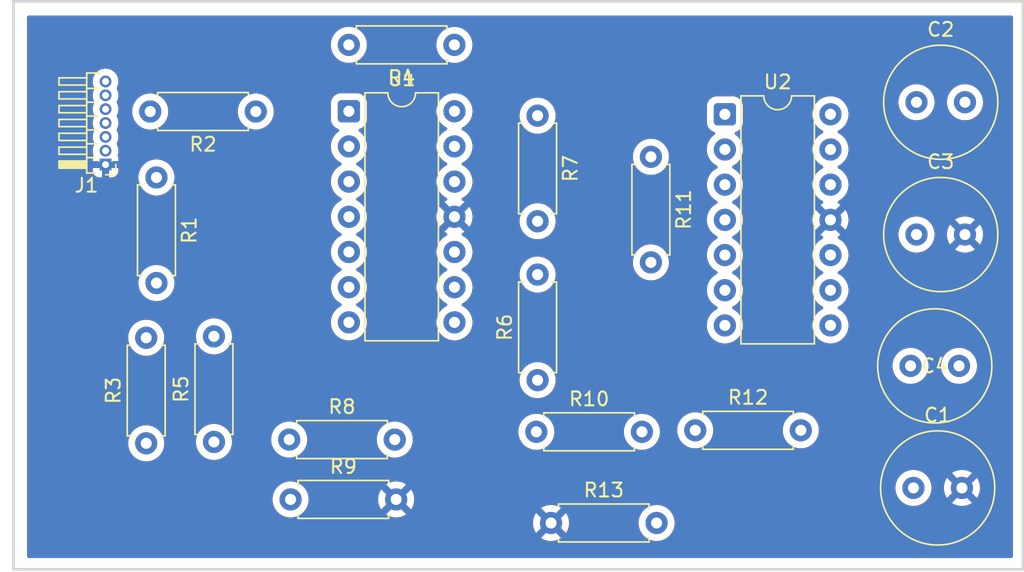
<source format=kicad_pcb>
(kicad_pcb (version 20241229) (generator "pcbnew") (generator_version "9.0")
  (layers (0 "F.Cu" signal) (2 "B.Cu" signal) (13 "F.Paste" user) (15 "B.Paste" user) (5 "F.SilkS" user "F.Silkscreen") (7 "B.SilkS" user "B.Silkscreen") (1 "F.Mask" user) (3 "B.Mask" user) (25 "Edge.Cuts" user))
  (net 0 "")
  (net 1 "GND")
  (net 2 "Net-(U2A-+)")
  (net 3 "Net-(U2B-+)")
  (net 4 "Net-(U2B--)")
  (net 5 "/OUT_F")
  (net 6 "/E+")
  (net 7 "+5V")
  (net 8 "/E-")
  (net 9 "/EREF")
  (net 10 "Net-(U1A--)")
  (net 11 "Net-(U1B--)")
  (net 12 "Net-(R2-Pad1)")
  (net 13 "Net-(R3-Pad1)")
  (net 14 "Net-(U1C-+)")
  (net 15 "Net-(U1C--)")
  (net 16 "/OUT")
  (net 17 "Net-(U1D-+)")
  (net 18 "Net-(U2A--)")
  (net 19 "Net-(R11-Pad2)")
  (footprint "Resistor_THT:R_Axial_DIN0207_L6.3mm_D2.5mm_P7.62mm_Horizontal" (layer "F.Cu") (at 68.52 47.91 180)
    (property "Reference" "R2" (at 3.81 -2.37 0) (layer "F.SilkS"))
    (property "Value" "R")
    (fp_line (start 7.08 1.37) (end 7.08 1.04) (stroke (width 0.12)) (layer "F.SilkS"))
    (fp_line (start 7.08 -1.37) (end 7.08 -1.04) (stroke (width 0.12)) (layer "F.SilkS"))
    (fp_line (start 0.54 1.37) (end 7.08 1.37) (stroke (width 0.12)) (layer "F.SilkS"))
    (fp_line (start 0.54 1.04) (end 0.54 1.37) (stroke (width 0.12)) (layer "F.SilkS"))
    (fp_line (start 0.54 -1.04) (end 0.54 -1.37) (stroke (width 0.12)) (layer "F.SilkS"))
    (fp_line (start 0.54 -1.37) (end 7.08 -1.37) (stroke (width 0.12)) (layer "F.SilkS"))
    (pad "1" thru_hole circle (at 0 0 180) (size 1.6 1.6) (drill 0.8) (layers "*.Cu" "*.Mask") (net 12 "Net-(R2-Pad1)"))
    (pad "2" thru_hole circle (at 7.62 0 180) (size 1.6 1.6) (drill 0.8) (layers "*.Cu" "*.Mask") (net 10 "Net-(U1A--)"))
  )
  (footprint "Resistor_THT:R_Axial_DIN0207_L6.3mm_D2.5mm_P7.62mm_Horizontal" (layer "F.Cu") (at 88.86 48.21 -90)
    (property "Reference" "R7" (at 3.81 -2.37 90) (layer "F.SilkS"))
    (property "Value" "R")
    (fp_line (start 0.54 1.37) (end 7.08 1.37) (stroke (width 0.12)) (layer "F.SilkS"))
    (fp_line (start 7.08 1.37) (end 7.08 1.04) (stroke (width 0.12)) (layer "F.SilkS"))
    (fp_line (start 0.54 1.04) (end 0.54 1.37) (stroke (width 0.12)) (layer "F.SilkS"))
    (fp_line (start 0.54 -1.04) (end 0.54 -1.37) (stroke (width 0.12)) (layer "F.SilkS"))
    (fp_line (start 0.54 -1.37) (end 7.08 -1.37) (stroke (width 0.12)) (layer "F.SilkS"))
    (fp_line (start 7.08 -1.37) (end 7.08 -1.04) (stroke (width 0.12)) (layer "F.SilkS"))
    (pad "1" thru_hole circle (at 0 0 270) (size 1.6 1.6) (drill 0.8) (layers "*.Cu" "*.Mask") (net 9 "/EREF"))
    (pad "2" thru_hole circle (at 7.62 0 270) (size 1.6 1.6) (drill 0.8) (layers "*.Cu" "*.Mask") (net 15 "Net-(U1C--)"))
  )
  (footprint "Resistor_THT:R_Axial_DIN0207_L6.3mm_D2.5mm_P7.62mm_Horizontal" (layer "F.Cu") (at 61.35 52.67 -90)
    (property "Reference" "R1" (at 3.81 -2.37 90) (layer "F.SilkS"))
    (property "Value" "R")
    (fp_line (start 0.54 1.37) (end 7.08 1.37) (stroke (width 0.12)) (layer "F.SilkS"))
    (fp_line (start 7.08 1.37) (end 7.08 1.04) (stroke (width 0.12)) (layer "F.SilkS"))
    (fp_line (start 0.54 1.04) (end 0.54 1.37) (stroke (width 0.12)) (layer "F.SilkS"))
    (fp_line (start 0.54 -1.04) (end 0.54 -1.37) (stroke (width 0.12)) (layer "F.SilkS"))
    (fp_line (start 0.54 -1.37) (end 7.08 -1.37) (stroke (width 0.12)) (layer "F.SilkS"))
    (fp_line (start 7.08 -1.37) (end 7.08 -1.04) (stroke (width 0.12)) (layer "F.SilkS"))
    (pad "1" thru_hole circle (at 0 0 270) (size 1.6 1.6) (drill 0.8) (layers "*.Cu" "*.Mask") (net 10 "Net-(U1A--)"))
    (pad "2" thru_hole circle (at 7.62 0 270) (size 1.6 1.6) (drill 0.8) (layers "*.Cu" "*.Mask") (net 11 "Net-(U1B--)"))
  )
  (footprint "Resistor_THT:R_Axial_DIN0207_L6.3mm_D2.5mm_P7.62mm_Horizontal" (layer "F.Cu") (at 82.855 43.1 180)
    (property "Reference" "R4" (at 3.81 -2.37 0) (layer "F.SilkS"))
    (property "Value" "R")
    (fp_line (start 7.08 1.37) (end 7.08 1.04) (stroke (width 0.12)) (layer "F.SilkS"))
    (fp_line (start 7.08 -1.37) (end 7.08 -1.04) (stroke (width 0.12)) (layer "F.SilkS"))
    (fp_line (start 0.54 1.37) (end 7.08 1.37) (stroke (width 0.12)) (layer "F.SilkS"))
    (fp_line (start 0.54 1.04) (end 0.54 1.37) (stroke (width 0.12)) (layer "F.SilkS"))
    (fp_line (start 0.54 -1.04) (end 0.54 -1.37) (stroke (width 0.12)) (layer "F.SilkS"))
    (fp_line (start 0.54 -1.37) (end 7.08 -1.37) (stroke (width 0.12)) (layer "F.SilkS"))
    (pad "1" thru_hole circle (at 0 0 180) (size 1.6 1.6) (drill 0.8) (layers "*.Cu" "*.Mask") (net 14 "Net-(U1C-+)"))
    (pad "2" thru_hole circle (at 7.62 0 180) (size 1.6 1.6) (drill 0.8) (layers "*.Cu" "*.Mask") (net 12 "Net-(R2-Pad1)"))
  )
  (footprint "Resistor_THT:R_Axial_DIN0207_L6.3mm_D2.5mm_P7.62mm_Horizontal" (layer "F.Cu") (at 88.77 71.03)
    (property "Reference" "R10" (at 3.81 -2.37 0) (layer "F.SilkS"))
    (property "Value" "R")
    (fp_line (start 0.54 -1.37) (end 7.08 -1.37) (stroke (width 0.12)) (layer "F.SilkS"))
    (fp_line (start 0.54 -1.04) (end 0.54 -1.37) (stroke (width 0.12)) (layer "F.SilkS"))
    (fp_line (start 0.54 1.04) (end 0.54 1.37) (stroke (width 0.12)) (layer "F.SilkS"))
    (fp_line (start 0.54 1.37) (end 7.08 1.37) (stroke (width 0.12)) (layer "F.SilkS"))
    (fp_line (start 7.08 -1.37) (end 7.08 -1.04) (stroke (width 0.12)) (layer "F.SilkS"))
    (fp_line (start 7.08 1.37) (end 7.08 1.04) (stroke (width 0.12)) (layer "F.SilkS"))
    (pad "1" thru_hole circle (at 0 0) (size 1.6 1.6) (drill 0.8) (layers "*.Cu" "*.Mask") (net 16 "/OUT"))
    (pad "2" thru_hole circle (at 7.62 0) (size 1.6 1.6) (drill 0.8) (layers "*.Cu" "*.Mask") (net 2 "Net-(U2A-+)"))
  )
  (footprint "Resistor_THT:R_Axial_DIN0207_L6.3mm_D2.5mm_P7.62mm_Horizontal" (layer "F.Cu") (at 88.86 67.3 90)
    (property "Reference" "R6" (at 3.81 -2.37 90) (layer "F.SilkS"))
    (property "Value" "R")
    (fp_line (start 7.08 -1.37) (end 7.08 -1.04) (stroke (width 0.12)) (layer "F.SilkS"))
    (fp_line (start 0.54 -1.37) (end 7.08 -1.37) (stroke (width 0.12)) (layer "F.SilkS"))
    (fp_line (start 0.54 -1.04) (end 0.54 -1.37) (stroke (width 0.12)) (layer "F.SilkS"))
    (fp_line (start 0.54 1.04) (end 0.54 1.37) (stroke (width 0.12)) (layer "F.SilkS"))
    (fp_line (start 7.08 1.37) (end 7.08 1.04) (stroke (width 0.12)) (layer "F.SilkS"))
    (fp_line (start 0.54 1.37) (end 7.08 1.37) (stroke (width 0.12)) (layer "F.SilkS"))
    (pad "1" thru_hole circle (at 0 0 90) (size 1.6 1.6) (drill 0.8) (layers "*.Cu" "*.Mask") (net 16 "/OUT"))
    (pad "2" thru_hole circle (at 7.62 0 90) (size 1.6 1.6) (drill 0.8) (layers "*.Cu" "*.Mask") (net 14 "Net-(U1C-+)"))
  )
  (footprint "Connector_PinHeader_1.00mm:PinHeader_1x07_P1.00mm_Horizontal" (layer "F.Cu") (at 57.675 51.74 180)
    (property "Reference" "J1" (at 1.375 -1.5 0) (layer "F.SilkS"))
    (property "Value" "Conn_01x06_Pin")
    (fp_line (start 3.36 6.26) (end 1.36 6.26) (stroke (width 0.12)) (layer "F.SilkS"))
    (fp_line (start 3.36 5.74) (end 3.36 6.26) (stroke (width 0.12)) (layer "F.SilkS"))
    (fp_line (start 3.36 5.26) (end 1.36 5.26) (stroke (width 0.12)) (layer "F.SilkS"))
    (fp_line (start 3.36 4.74) (end 3.36 5.26) (stroke (width 0.12)) (layer "F.SilkS"))
    (fp_line (start 3.36 4.26) (end 1.36 4.26) (stroke (width 0.12)) (layer "F.SilkS"))
    (fp_line (start 3.36 3.74) (end 3.36 4.26) (stroke (width 0.12)) (layer "F.SilkS"))
    (fp_line (start 3.36 3.26) (end 1.36 3.26) (stroke (width 0.12)) (layer "F.SilkS"))
    (fp_line (start 3.36 2.74) (end 3.36 3.26) (stroke (width 0.12)) (layer "F.SilkS"))
    (fp_line (start 3.36 2.26) (end 1.36 2.26) (stroke (width 0.12)) (layer "F.SilkS"))
    (fp_line (start 3.36 1.74) (end 3.36 2.26) (stroke (width 0.12)) (layer "F.SilkS"))
    (fp_line (start 3.36 1.26) (end 1.36 1.26) (stroke (width 0.12)) (layer "F.SilkS"))
    (fp_line (start 3.36 0.74) (end 3.36 1.26) (stroke (width 0.12)) (layer "F.SilkS"))
    (fp_line (start 1.36 6.61) (end 0.41003 6.61) (stroke (width 0.12)) (layer "F.SilkS"))
    (fp_line (start 1.36 5.74) (end 3.36 5.74) (stroke (width 0.12)) (layer "F.SilkS"))
    (fp_line (start 1.36 4.74) (end 3.36 4.74) (stroke (width 0.12)) (layer "F.SilkS"))
    (fp_line (start 1.36 3.74) (end 3.36 3.74) (stroke (width 0.12)) (layer "F.SilkS"))
    (fp_line (start 1.36 2.74) (end 3.36 2.74) (stroke (width 0.12)) (layer "F.SilkS"))
    (fp_line (start 1.36 1.74) (end 3.36 1.74) (stroke (width 0.12)) (layer "F.SilkS"))
    (fp_line (start 1.36 0.74) (end 3.36 0.74) (stroke (width 0.12)) (layer "F.SilkS"))
    (fp_line (start 1.36 -0.61) (end 1.36 6.61) (stroke (width 0.12)) (layer "F.SilkS"))
    (fp_line (start 0.735 0.5) (end 1.36 0.5) (stroke (width 0.12)) (layer "F.SilkS"))
    (fp_line (start 0.735 -0.61) (end 1.36 -0.61) (stroke (width 0.12)) (layer "F.SilkS"))
    (fp_line (start 0.538725 5.5) (end 1.36 5.5) (stroke (width 0.12)) (layer "F.SilkS"))
    (fp_line (start 0.538725 4.5) (end 1.36 4.5) (stroke (width 0.12)) (layer "F.SilkS"))
    (fp_line (start 0.538725 3.5) (end 1.36 3.5) (stroke (width 0.12)) (layer "F.SilkS"))
    (fp_line (start 0.538725 2.5) (end 1.36 2.5) (stroke (width 0.12)) (layer "F.SilkS"))
    (fp_line (start 0.538725 1.5) (end 1.36 1.5) (stroke (width 0.12)) (layer "F.SilkS"))
    (fp_line (start -0.735 0) (end -0.735 -0.735) (stroke (width 0.12)) (layer "F.SilkS"))
    (fp_line (start -0.735 -0.735) (end 0 -0.735) (stroke (width 0.12)) (layer "F.SilkS"))
    (fp_rect (start 1.36 -0.26) (end 3.36 0.26) (stroke (width 0.12)) (fill yes) (layer "F.SilkS"))
    (pad "1" thru_hole rect (at 0 0 180) (size 0.85 0.85) (drill 0.5) (layers "*.Cu" "*.Mask") (net 1 "GND"))
    (pad "2" thru_hole circle (at 0 1 180) (size 0.85 0.85) (drill 0.5) (layers "*.Cu" "*.Mask") (net 7 "+5V"))
    (pad "3" thru_hole circle (at 0 2 180) (size 0.85 0.85) (drill 0.5) (layers "*.Cu" "*.Mask") (net 6 "/E+"))
    (pad "4" thru_hole circle (at 0 3 180) (size 0.85 0.85) (drill 0.5) (layers "*.Cu" "*.Mask") (net 8 "/E-"))
    (pad "5" thru_hole circle (at 0 4 180) (size 0.85 0.85) (drill 0.5) (layers "*.Cu" "*.Mask") (net 9 "/EREF"))
    (pad "6" thru_hole circle (at 0 5 180) (size 0.85 0.85) (drill 0.5) (layers "*.Cu" "*.Mask") (net 5 "/OUT_F"))
    (pad "7" thru_hole circle (at 0 6 180) (size 0.85 0.85) (drill 0.5) (layers "*.Cu" "*.Mask"))
  )
  (footprint "Capacitor_THT:C_Radial_D8.0mm_H11.5mm_P3.50mm" (layer "F.Cu") (at 116.21 56.79)
    (property "Reference" "C3" (at 1.75 -5.25 0) (layer "F.SilkS"))
    (property "Value" "C")
    (fp_circle (center 1.75 0) (end 5.87 0) (stroke (width 0.12)) (fill no) (layer "F.SilkS"))
    (pad "1" thru_hole circle (at 0 0) (size 1.6 1.6) (drill 0.8) (layers "*.Cu" "*.Mask") (net 3 "Net-(U2B-+)"))
    (pad "2" thru_hole circle (at 3.5 0) (size 1.6 1.6) (drill 0.8) (layers "*.Cu" "*.Mask") (net 1 "GND"))
  )
  (footprint "Resistor_THT:R_Axial_DIN0207_L6.3mm_D2.5mm_P7.62mm_Horizontal" (layer "F.Cu") (at 60.61 71.86 90)
    (property "Reference" "R3" (at 3.81 -2.37 90) (layer "F.SilkS"))
    (property "Value" "R")
    (fp_line (start 7.08 -1.37) (end 7.08 -1.04) (stroke (width 0.12)) (layer "F.SilkS"))
    (fp_line (start 0.54 -1.37) (end 7.08 -1.37) (stroke (width 0.12)) (layer "F.SilkS"))
    (fp_line (start 0.54 -1.04) (end 0.54 -1.37) (stroke (width 0.12)) (layer "F.SilkS"))
    (fp_line (start 0.54 1.04) (end 0.54 1.37) (stroke (width 0.12)) (layer "F.SilkS"))
    (fp_line (start 7.08 1.37) (end 7.08 1.04) (stroke (width 0.12)) (layer "F.SilkS"))
    (fp_line (start 0.54 1.37) (end 7.08 1.37) (stroke (width 0.12)) (layer "F.SilkS"))
    (pad "1" thru_hole circle (at 0 0 90) (size 1.6 1.6) (drill 0.8) (layers "*.Cu" "*.Mask") (net 13 "Net-(R3-Pad1)"))
    (pad "2" thru_hole circle (at 7.62 0 90) (size 1.6 1.6) (drill 0.8) (layers "*.Cu" "*.Mask") (net 11 "Net-(U1B--)"))
  )
  (footprint "Package_DIP:DIP-14_W7.62mm" (layer "F.Cu") (at 102.38 48.11)
    (property "Reference" "U2" (at 3.81 -2.33 0) (layer "F.SilkS"))
    (property "Value" "LM324")
    (fp_line (start 1.16 -1.33) (end 1.16 16.57) (stroke (width 0.12)) (layer "F.SilkS"))
    (fp_line (start 1.16 16.57) (end 6.46 16.57) (stroke (width 0.12)) (layer "F.SilkS"))
    (fp_line (start 2.81 -1.33) (end 1.16 -1.33) (stroke (width 0.12)) (layer "F.SilkS"))
    (fp_line (start 6.46 -1.33) (end 4.81 -1.33) (stroke (width 0.12)) (layer "F.SilkS"))
    (fp_line (start 6.46 16.57) (end 6.46 -1.33) (stroke (width 0.12)) (layer "F.SilkS"))
    (fp_arc (start 4.81 -1.33) (mid 3.81 -0.33) (end 2.81 -1.33) (stroke (width 0.12)) (layer "F.SilkS"))
    (pad "1" thru_hole roundrect (at 0 0) (size 1.6 1.6) (drill 0.8) (layers "*.Cu" "*.Mask") (roundrect_rratio 0.15625) (net 18 "Net-(U2A--)"))
    (pad "2" thru_hole circle (at 0 2.54) (size 1.6 1.6) (drill 0.8) (layers "*.Cu" "*.Mask") (net 18 "Net-(U2A--)"))
    (pad "3" thru_hole circle (at 0 5.08) (size 1.6 1.6) (drill 0.8) (layers "*.Cu" "*.Mask") (net 2 "Net-(U2A-+)"))
    (pad "4" thru_hole circle (at 0 7.62) (size 1.6 1.6) (drill 0.8) (layers "*.Cu" "*.Mask") (net 7 "+5V"))
    (pad "5" thru_hole circle (at 0 10.16) (size 1.6 1.6) (drill 0.8) (layers "*.Cu" "*.Mask") (net 3 "Net-(U2B-+)"))
    (pad "6" thru_hole circle (at 0 12.7) (size 1.6 1.6) (drill 0.8) (layers "*.Cu" "*.Mask") (net 4 "Net-(U2B--)"))
    (pad "7" thru_hole circle (at 0 15.24) (size 1.6 1.6) (drill 0.8) (layers "*.Cu" "*.Mask") (net 4 "Net-(U2B--)"))
    (pad "8" thru_hole circle (at 7.62 15.24) (size 1.6 1.6) (drill 0.8) (layers "*.Cu" "*.Mask"))
    (pad "9" thru_hole circle (at 7.62 12.7) (size 1.6 1.6) (drill 0.8) (layers "*.Cu" "*.Mask"))
    (pad "10" thru_hole circle (at 7.62 10.16) (size 1.6 1.6) (drill 0.8) (layers "*.Cu" "*.Mask"))
    (pad "11" thru_hole circle (at 7.62 7.62) (size 1.6 1.6) (drill 0.8) (layers "*.Cu" "*.Mask") (net 1 "GND"))
    (pad "12" thru_hole circle (at 7.62 5.08) (size 1.6 1.6) (drill 0.8) (layers "*.Cu" "*.Mask"))
    (pad "13" thru_hole circle (at 7.62 2.54) (size 1.6 1.6) (drill 0.8) (layers "*.Cu" "*.Mask"))
    (pad "14" thru_hole circle (at 7.62 0) (size 1.6 1.6) (drill 0.8) (layers "*.Cu" "*.Mask"))
  )
  (footprint "Capacitor_THT:C_Radial_D8.0mm_H11.5mm_P3.50mm" (layer "F.Cu") (at 115.99 75.08)
    (property "Reference" "C1" (at 1.75 -5.25 0) (layer "F.SilkS"))
    (property "Value" "C")
    (fp_circle (center 1.75 0) (end 5.87 0) (stroke (width 0.12)) (fill no) (layer "F.SilkS"))
    (pad "1" thru_hole circle (at 0 0) (size 1.6 1.6) (drill 0.8) (layers "*.Cu" "*.Mask") (net 2 "Net-(U2A-+)"))
    (pad "2" thru_hole circle (at 3.5 0) (size 1.6 1.6) (drill 0.8) (layers "*.Cu" "*.Mask") (net 1 "GND"))
  )
  (footprint "Resistor_THT:R_Axial_DIN0207_L6.3mm_D2.5mm_P7.62mm_Horizontal" (layer "F.Cu") (at 71.03 75.91)
    (property "Reference" "R9" (at 3.81 -2.37 0) (layer "F.SilkS"))
    (property "Value" "R")
    (fp_line (start 0.54 -1.37) (end 7.08 -1.37) (stroke (width 0.12)) (layer "F.SilkS"))
    (fp_line (start 0.54 -1.04) (end 0.54 -1.37) (stroke (width 0.12)) (layer "F.SilkS"))
    (fp_line (start 0.54 1.04) (end 0.54 1.37) (stroke (width 0.12)) (layer "F.SilkS"))
    (fp_line (start 0.54 1.37) (end 7.08 1.37) (stroke (width 0.12)) (layer "F.SilkS"))
    (fp_line (start 7.08 -1.37) (end 7.08 -1.04) (stroke (width 0.12)) (layer "F.SilkS"))
    (fp_line (start 7.08 1.37) (end 7.08 1.04) (stroke (width 0.12)) (layer "F.SilkS"))
    (pad "1" thru_hole circle (at 0 0) (size 1.6 1.6) (drill 0.8) (layers "*.Cu" "*.Mask") (net 17 "Net-(U1D-+)"))
    (pad "2" thru_hole circle (at 7.62 0) (size 1.6 1.6) (drill 0.8) (layers "*.Cu" "*.Mask") (net 1 "GND"))
  )
  (footprint "Resistor_THT:R_Axial_DIN0207_L6.3mm_D2.5mm_P7.62mm_Horizontal" (layer "F.Cu") (at 100.24 70.92)
    (property "Reference" "R12" (at 3.81 -2.37 0) (layer "F.SilkS"))
    (property "Value" "R")
    (fp_line (start 0.54 -1.37) (end 7.08 -1.37) (stroke (width 0.12)) (layer "F.SilkS"))
    (fp_line (start 0.54 -1.04) (end 0.54 -1.37) (stroke (width 0.12)) (layer "F.SilkS"))
    (fp_line (start 0.54 1.04) (end 0.54 1.37) (stroke (width 0.12)) (layer "F.SilkS"))
    (fp_line (start 0.54 1.37) (end 7.08 1.37) (stroke (width 0.12)) (layer "F.SilkS"))
    (fp_line (start 7.08 -1.37) (end 7.08 -1.04) (stroke (width 0.12)) (layer "F.SilkS"))
    (fp_line (start 7.08 1.37) (end 7.08 1.04) (stroke (width 0.12)) (layer "F.SilkS"))
    (pad "1" thru_hole circle (at 0 0) (size 1.6 1.6) (drill 0.8) (layers "*.Cu" "*.Mask") (net 19 "Net-(R11-Pad2)"))
    (pad "2" thru_hole circle (at 7.62 0) (size 1.6 1.6) (drill 0.8) (layers "*.Cu" "*.Mask") (net 3 "Net-(U2B-+)"))
  )
  (footprint "Capacitor_THT:C_Radial_D8.0mm_H11.5mm_P3.50mm" (layer "F.Cu") (at 116.21 47.24)
    (property "Reference" "C2" (at 1.75 -5.25 0) (layer "F.SilkS"))
    (property "Value" "C")
    (fp_circle (center 1.75 0) (end 5.87 0) (stroke (width 0.12)) (fill no) (layer "F.SilkS"))
    (pad "1" thru_hole circle (at 0 0) (size 1.6 1.6) (drill 0.8) (layers "*.Cu" "*.Mask") (net 3 "Net-(U2B-+)"))
    (pad "2" thru_hole circle (at 3.5 0) (size 1.6 1.6) (drill 0.8) (layers "*.Cu" "*.Mask") (net 4 "Net-(U2B--)"))
  )
  (footprint "Resistor_THT:R_Axial_DIN0207_L6.3mm_D2.5mm_P7.62mm_Horizontal" (layer "F.Cu") (at 97.04 51.18 -90)
    (property "Reference" "R11" (at 3.81 -2.37 90) (layer "F.SilkS"))
    (property "Value" "R")
    (fp_line (start 0.54 1.37) (end 7.08 1.37) (stroke (width 0.12)) (layer "F.SilkS"))
    (fp_line (start 7.08 1.37) (end 7.08 1.04) (stroke (width 0.12)) (layer "F.SilkS"))
    (fp_line (start 0.54 1.04) (end 0.54 1.37) (stroke (width 0.12)) (layer "F.SilkS"))
    (fp_line (start 0.54 -1.04) (end 0.54 -1.37) (stroke (width 0.12)) (layer "F.SilkS"))
    (fp_line (start 0.54 -1.37) (end 7.08 -1.37) (stroke (width 0.12)) (layer "F.SilkS"))
    (fp_line (start 7.08 -1.37) (end 7.08 -1.04) (stroke (width 0.12)) (layer "F.SilkS"))
    (pad "1" thru_hole circle (at 0 0 270) (size 1.6 1.6) (drill 0.8) (layers "*.Cu" "*.Mask") (net 18 "Net-(U2A--)"))
    (pad "2" thru_hole circle (at 7.62 0 270) (size 1.6 1.6) (drill 0.8) (layers "*.Cu" "*.Mask") (net 19 "Net-(R11-Pad2)"))
  )
  (footprint "Package_DIP:DIP-14_W7.62mm" (layer "F.Cu") (at 75.24 47.89)
    (property "Reference" "U1" (at 3.81 -2.33 0) (layer "F.SilkS"))
    (property "Value" "LM324")
    (fp_line (start 1.16 -1.33) (end 1.16 16.57) (stroke (width 0.12)) (layer "F.SilkS"))
    (fp_line (start 1.16 16.57) (end 6.46 16.57) (stroke (width 0.12)) (layer "F.SilkS"))
    (fp_line (start 2.81 -1.33) (end 1.16 -1.33) (stroke (width 0.12)) (layer "F.SilkS"))
    (fp_line (start 6.46 -1.33) (end 4.81 -1.33) (stroke (width 0.12)) (layer "F.SilkS"))
    (fp_line (start 6.46 16.57) (end 6.46 -1.33) (stroke (width 0.12)) (layer "F.SilkS"))
    (fp_arc (start 4.81 -1.33) (mid 3.81 -0.33) (end 2.81 -1.33) (stroke (width 0.12)) (layer "F.SilkS"))
    (pad "1" thru_hole roundrect (at 0 0) (size 1.6 1.6) (drill 0.8) (layers "*.Cu" "*.Mask") (roundrect_rratio 0.15625) (net 12 "Net-(R2-Pad1)"))
    (pad "2" thru_hole circle (at 0 2.54) (size 1.6 1.6) (drill 0.8) (layers "*.Cu" "*.Mask") (net 10 "Net-(U1A--)"))
    (pad "3" thru_hole circle (at 0 5.08) (size 1.6 1.6) (drill 0.8) (layers "*.Cu" "*.Mask") (net 6 "/E+"))
    (pad "4" thru_hole circle (at 0 7.62) (size 1.6 1.6) (drill 0.8) (layers "*.Cu" "*.Mask") (net 7 "+5V"))
    (pad "5" thru_hole circle (at 0 10.16) (size 1.6 1.6) (drill 0.8) (layers "*.Cu" "*.Mask") (net 8 "/E-"))
    (pad "6" thru_hole circle (at 0 12.7) (size 1.6 1.6) (drill 0.8) (layers "*.Cu" "*.Mask") (net 11 "Net-(U1B--)"))
    (pad "7" thru_hole circle (at 0 15.24) (size 1.6 1.6) (drill 0.8) (layers "*.Cu" "*.Mask") (net 13 "Net-(R3-Pad1)"))
    (pad "8" thru_hole circle (at 7.62 15.24) (size 1.6 1.6) (drill 0.8) (layers "*.Cu" "*.Mask") (net 16 "/OUT"))
    (pad "9" thru_hole circle (at 7.62 12.7) (size 1.6 1.6) (drill 0.8) (layers "*.Cu" "*.Mask") (net 15 "Net-(U1C--)"))
    (pad "10" thru_hole circle (at 7.62 10.16) (size 1.6 1.6) (drill 0.8) (layers "*.Cu" "*.Mask") (net 14 "Net-(U1C-+)"))
    (pad "11" thru_hole circle (at 7.62 7.62) (size 1.6 1.6) (drill 0.8) (layers "*.Cu" "*.Mask") (net 1 "GND"))
    (pad "12" thru_hole circle (at 7.62 5.08) (size 1.6 1.6) (drill 0.8) (layers "*.Cu" "*.Mask") (net 17 "Net-(U1D-+)"))
    (pad "13" thru_hole circle (at 7.62 2.54) (size 1.6 1.6) (drill 0.8) (layers "*.Cu" "*.Mask") (net 9 "/EREF"))
    (pad "14" thru_hole circle (at 7.62 0) (size 1.6 1.6) (drill 0.8) (layers "*.Cu" "*.Mask") (net 9 "/EREF"))
  )
  (footprint "Resistor_THT:R_Axial_DIN0207_L6.3mm_D2.5mm_P7.62mm_Horizontal" (layer "F.Cu") (at 70.93 71.59)
    (property "Reference" "R8" (at 3.81 -2.37 0) (layer "F.SilkS"))
    (property "Value" "R")
    (fp_line (start 0.54 -1.37) (end 7.08 -1.37) (stroke (width 0.12)) (layer "F.SilkS"))
    (fp_line (start 0.54 -1.04) (end 0.54 -1.37) (stroke (width 0.12)) (layer "F.SilkS"))
    (fp_line (start 0.54 1.04) (end 0.54 1.37) (stroke (width 0.12)) (layer "F.SilkS"))
    (fp_line (start 0.54 1.37) (end 7.08 1.37) (stroke (width 0.12)) (layer "F.SilkS"))
    (fp_line (start 7.08 -1.37) (end 7.08 -1.04) (stroke (width 0.12)) (layer "F.SilkS"))
    (fp_line (start 7.08 1.37) (end 7.08 1.04) (stroke (width 0.12)) (layer "F.SilkS"))
    (pad "1" thru_hole circle (at 0 0) (size 1.6 1.6) (drill 0.8) (layers "*.Cu" "*.Mask") (net 7 "+5V"))
    (pad "2" thru_hole circle (at 7.62 0) (size 1.6 1.6) (drill 0.8) (layers "*.Cu" "*.Mask") (net 17 "Net-(U1D-+)"))
  )
  (footprint "Capacitor_THT:C_Radial_D8.0mm_H11.5mm_P3.50mm" (layer "F.Cu") (at 115.78 66.27)
    (property "Reference" "C4" (at 1.75 0 0) (layer "F.SilkS"))
    (property "Value" "C")
    (fp_circle (center 1.75 0) (end 5.87 0) (stroke (width 0.12)) (fill no) (layer "F.SilkS"))
    (pad "1" thru_hole circle (at 0 0) (size 1.6 1.6) (drill 0.8) (layers "*.Cu" "*.Mask") (net 5 "/OUT_F"))
    (pad "2" thru_hole circle (at 3.5 0) (size 1.6 1.6) (drill 0.8) (layers "*.Cu" "*.Mask") (net 4 "Net-(U2B--)"))
  )
  (footprint "Resistor_THT:R_Axial_DIN0207_L6.3mm_D2.5mm_P7.62mm_Horizontal" (layer "F.Cu") (at 65.5 71.76 90)
    (property "Reference" "R5" (at 3.81 -2.37 90) (layer "F.SilkS"))
    (property "Value" "R")
    (fp_line (start 7.08 -1.37) (end 7.08 -1.04) (stroke (width 0.12)) (layer "F.SilkS"))
    (fp_line (start 0.54 -1.37) (end 7.08 -1.37) (stroke (width 0.12)) (layer "F.SilkS"))
    (fp_line (start 0.54 -1.04) (end 0.54 -1.37) (stroke (width 0.12)) (layer "F.SilkS"))
    (fp_line (start 0.54 1.04) (end 0.54 1.37) (stroke (width 0.12)) (layer "F.SilkS"))
    (fp_line (start 7.08 1.37) (end 7.08 1.04) (stroke (width 0.12)) (layer "F.SilkS"))
    (fp_line (start 0.54 1.37) (end 7.08 1.37) (stroke (width 0.12)) (layer "F.SilkS"))
    (pad "1" thru_hole circle (at 0 0 90) (size 1.6 1.6) (drill 0.8) (layers "*.Cu" "*.Mask") (net 15 "Net-(U1C--)"))
    (pad "2" thru_hole circle (at 7.62 0 90) (size 1.6 1.6) (drill 0.8) (layers "*.Cu" "*.Mask") (net 13 "Net-(R3-Pad1)"))
  )
  (footprint "Resistor_THT:R_Axial_DIN0207_L6.3mm_D2.5mm_P7.62mm_Horizontal" (layer "F.Cu") (at 89.83 77.61)
    (property "Reference" "R13" (at 3.81 -2.37 0) (layer "F.SilkS"))
    (property "Value" "R")
    (fp_line (start 0.54 -1.37) (end 7.08 -1.37) (stroke (width 0.12)) (layer "F.SilkS"))
    (fp_line (start 0.54 -1.04) (end 0.54 -1.37) (stroke (width 0.12)) (layer "F.SilkS"))
    (fp_line (start 0.54 1.04) (end 0.54 1.37) (stroke (width 0.12)) (layer "F.SilkS"))
    (fp_line (start 0.54 1.37) (end 7.08 1.37) (stroke (width 0.12)) (layer "F.SilkS"))
    (fp_line (start 7.08 -1.37) (end 7.08 -1.04) (stroke (width 0.12)) (layer "F.SilkS"))
    (fp_line (start 7.08 1.37) (end 7.08 1.04) (stroke (width 0.12)) (layer "F.SilkS"))
    (pad "1" thru_hole circle (at 0 0) (size 1.6 1.6) (drill 0.8) (layers "*.Cu" "*.Mask") (net 1 "GND"))
    (pad "2" thru_hole circle (at 7.62 0) (size 1.6 1.6) (drill 0.8) (layers "*.Cu" "*.Mask") (net 5 "/OUT_F"))
  )
  (gr_rect (start 51.03 39.96) (end 123.89 80.96) (stroke (width 0.2)) (fill no) (layer "Edge.Cuts"))
  (zone (net 1) (net_name "GND") (layers "F.Cu" "B.Cu") (connect_pads (clearance 0.5)) (min_thickness 0.25) (fill yes (thermal_gap 0.5) (thermal_bridge_width 0.5))
    (polygon (pts (xy 52.01 40.98) (xy 123.17 40.98) (xy 123.17 80.14) (xy 52.01 80.14)))
  )
)
</source>
